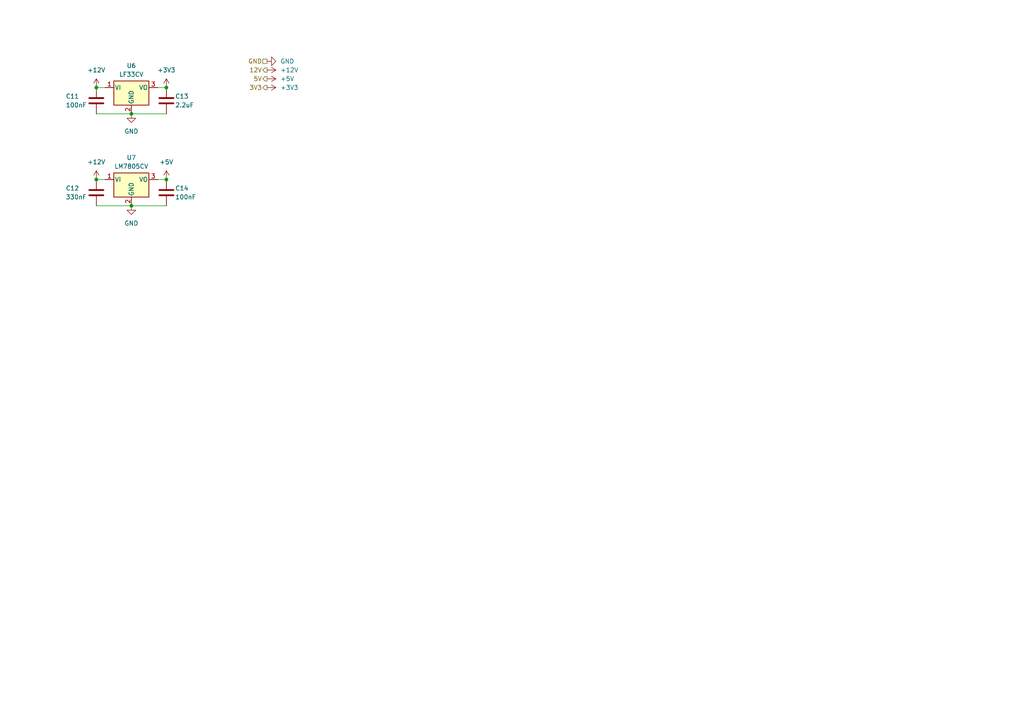
<source format=kicad_sch>
(kicad_sch (version 20231120) (generator "eeschema") (generator_version "8.0")
  (paper "A4")
  (title_block (date "2025-05-05") (rev "1"))
  (lib_symbols
    (symbol "Device:C" (pin_numbers hide) (pin_names (offset 0.254))
      (property "Reference" "C" (at 0.635 2.54 0))
      (property "Value" "C" (at 0.635 -2.54 0))
      (symbol "C_0_1"
        (polyline (pts (xy -2.032 -0.762) (xy 2.032 -0.762)) (stroke (width 0.508)))
        (polyline (pts (xy -2.032 0.762) (xy 2.032 0.762)) (stroke (width 0.508)))
      )
      (symbol "C_1_1"
        (pin passive line (at 0 3.81 270) (length 2.794) (name "~") (number "1"))
        (pin passive line (at 0 -3.81 90) (length 2.794) (name "~") (number "2"))
      )
    )
    (symbol "Regulator_Linear:LM7805_TO220" (pin_names (offset 0.254))
      (property "Reference" "U" (at -3.81 3.175 0))
      (property "Value" "LM7805_TO220" (at 0 3.175 0))
      (symbol "LM7805_TO220_0_1"
        (rectangle (start -5.08 1.905) (end 5.08 -5.08) (stroke (width 0.254)) (fill (type background)))
      )
      (symbol "LM7805_TO220_1_1"
        (pin power_in line (at -7.62 0 0) (length 2.54) (name "VI") (number "1"))
        (pin power_in line (at 0 -7.62 90) (length 2.54) (name "GND") (number "2"))
        (pin power_out line (at 7.62 0 180) (length 2.54) (name "VO") (number "3"))
      )
    )
    (symbol "power:+12V" (power) (pin_numbers hide) (pin_names (offset 0) hide)
      (property "Value" "+12V" (at 0 3.556 0))
      (symbol "+12V_0_1"
        (polyline (pts (xy -0.762 1.27) (xy 0 2.54)))
        (polyline (pts (xy 0 0) (xy 0 2.54)))
        (polyline (pts (xy 0 2.54) (xy 0.762 1.27)))
      )
      (symbol "+12V_1_1"
        (pin power_in line (at 0 0 90) (length 0) (name "~") (number "1"))
      )
    )
    (symbol "power:+5V" (power) (pin_numbers hide) (pin_names (offset 0) hide)
      (property "Value" "+5V" (at 0 3.556 0))
      (symbol "+5V_0_1"
        (polyline (pts (xy -0.762 1.27) (xy 0 2.54)))
        (polyline (pts (xy 0 0) (xy 0 2.54)))
        (polyline (pts (xy 0 2.54) (xy 0.762 1.27)))
      )
      (symbol "+5V_1_1"
        (pin power_in line (at 0 0 90) (length 0) (name "~") (number "1"))
      )
    )
    (symbol "power:GND" (power) (pin_numbers hide) (pin_names (offset 0) hide)
      (property "Value" "GND" (at 0 -3.81 0))
      (symbol "GND_0_1"
        (polyline (pts (xy 0 0) (xy 0 -1.27) (xy 1.27 -1.27) (xy 0 -2.54) (xy -1.27 -1.27) (xy 0 -1.27)))
      )
      (symbol "GND_1_1"
        (pin power_in line (at 0 0 270) (length 0) (name "~") (number "1"))
      )
    )
  )
  (junction (at 27.94 25.4))
  (junction (at 27.94 52.07))
  (junction (at 38.1 33.02))
  (junction (at 38.1 59.69))
  (junction (at 48.26 52.07))
  (junction (at 48.26 25.4))
  (wire (pts (xy 27.94 59.69) (xy 38.1 59.69)))
  (wire (pts (xy 27.94 52.07) (xy 30.48 52.07)))
  (wire (pts (xy 45.72 52.07) (xy 48.26 52.07)))
  (wire (pts (xy 38.1 33.02) (xy 48.26 33.02)))
  (wire (pts (xy 27.94 25.4) (xy 30.48 25.4)))
  (wire (pts (xy 27.94 33.02) (xy 38.1 33.02)))
  (wire (pts (xy 45.72 25.4) (xy 48.26 25.4)))
  (wire (pts (xy 38.1 59.69) (xy 48.26 59.69)))
  (hierarchical_label "12V" (shape output) (at 77.47 20.32 180))
  (hierarchical_label "5V" (shape output) (at 77.47 22.86 180))
  (hierarchical_label "GND" (shape passive) (at 77.47 17.78 180))
  (hierarchical_label "3V3" (shape output) (at 77.47 25.4 180))
  (symbol (lib_id "Device:C") (at 27.94 55.88 0) (unit 1)
    (property "Reference" "C12" (at 19.05 54.61 0) (effects (justify left)))
    (property "Value" "330nF" (at 19.05 57.15 0) (effects (justify left)))
    (property "Footprint" "Capacitor_SMD:C_0805_2012Metric_Pad1.18x1.45mm_HandSolder" (effects (hide yes)))
    (property "Datasheet" "https://mm.digikey.com/Volume0/opasdata/d220001/medias/docus/4262/0805B334K250CC.pdf" (effects (hide yes)))
  )
  (symbol (lib_id "Regulator_Linear:LM7805_TO220") (at 38.1 52.07 0) (unit 1)
    (property "Reference" "U7" (at 38.1 45.72 0))
    (property "Value" "LM7805CV" (at 38.1 48.26 0))
    (property "Footprint" "Package_TO_SOT_THT:TO-220-3_Vertical" (effects (hide yes)))
    (property "Datasheet" "https://www.onsemi.cn/PowerSolutions/document/MC7800-D.PDF" (effects (hide yes)))
  )
  (symbol (lib_id "power:GND") (at 77.47 17.78 90) (mirror x) (unit 1)
    (property "Reference" "#PWR056" (effects (hide yes)))
    (property "Value" "GND" (at 81.28 17.7799 90) (effects (justify right)))
  )
  (symbol (lib_id "power:+5V") (at 77.47 22.86 270) (mirror x) (unit 1)
    (property "Reference" "#PWR054" (effects (hide yes)))
    (property "Value" "+5V" (at 81.28 22.8599 90) (effects (justify left)))
  )
  (symbol (lib_id "Device:C") (at 27.94 29.21 0) (unit 1)
    (property "Reference" "C11" (at 19.05 27.94 0) (effects (justify left)))
    (property "Value" "100nF" (at 19.05 30.48 0) (effects (justify left)))
    (property "Footprint" "Capacitor_SMD:C_0805_2012Metric_Pad1.18x1.45mm_HandSolder" (effects (hide yes)))
    (property "Datasheet" "https://mm.digikey.com/Volume0/opasdata/d220001/medias/docus/4262/0805B334K250CC.pdf" (effects (hide yes)))
  )
  (symbol (lib_id "Device:C") (at 48.26 29.21 0) (unit 1)
    (property "Reference" "C13" (at 50.8 27.94 0) (effects (justify left)))
    (property "Value" "2.2uF" (at 50.8 30.48 0) (effects (justify left)))
    (property "Footprint" "Capacitor_SMD:C_0805_2012Metric_Pad1.18x1.45mm_HandSolder" (effects (hide yes)))
    (property "Datasheet" "https://mm.digikey.com/Volume0/opasdata/d220001/medias/docus/4005/0805B104K101CC.pdf" (effects (hide yes)))
  )
  (symbol (lib_id "power:+5V") (at 77.47 25.4 270) (mirror x) (unit 1)
    (property "Reference" "#PWR053" (effects (hide yes)))
    (property "Value" "+3V3" (at 81.28 25.3999 90) (effects (justify left)))
  )
  (symbol (lib_id "power:GND") (at 38.1 33.02 0) (unit 1)
    (property "Reference" "#PWR038" (effects (hide yes)))
    (property "Value" "GND" (at 38.1 38.1 0))
  )
  (symbol (lib_id "power:+12V") (at 27.94 52.07 0) (unit 1)
    (property "Reference" "#PWR037" (effects (hide yes)))
    (property "Value" "+12V" (at 27.94 46.99 0))
  )
  (symbol (lib_id "power:+5V") (at 48.26 25.4 0) (unit 1)
    (property "Reference" "#PWR040" (effects (hide yes)))
    (property "Value" "+3V3" (at 48.26 20.32 0))
  )
  (symbol (lib_id "Regulator_Linear:LM7805_TO220") (at 38.1 25.4 0) (unit 1)
    (property "Reference" "U6" (at 38.1 19.05 0))
    (property "Value" "LF33CV" (at 38.1 21.59 0))
    (property "Footprint" "Package_TO_SOT_THT:TO-220-3_Vertical" (effects (hide yes)))
    (property "Datasheet" "https://www.onsemi.cn/PowerSolutions/document/MC7800-D.PDF" (effects (hide yes)))
  )
  (symbol (lib_id "power:GND") (at 38.1 59.69 0) (unit 1)
    (property "Reference" "#PWR039" (effects (hide yes)))
    (property "Value" "GND" (at 38.1 64.77 0))
  )
  (symbol (lib_id "power:+12V") (at 27.94 25.4 0) (unit 1)
    (property "Reference" "#PWR015" (effects (hide yes)))
    (property "Value" "+12V" (at 27.94 20.32 0))
  )
  (symbol (lib_id "power:+12V") (at 77.47 20.32 270) (mirror x) (unit 1)
    (property "Reference" "#PWR055" (effects (hide yes)))
    (property "Value" "+12V" (at 81.28 20.3199 90) (effects (justify left)))
  )
  (symbol (lib_id "power:+5V") (at 48.26 52.07 0) (unit 1)
    (property "Reference" "#PWR041" (effects (hide yes)))
    (property "Value" "+5V" (at 48.26 46.99 0))
  )
  (symbol (lib_id "Device:C") (at 48.26 55.88 0) (unit 1)
    (property "Reference" "C14" (at 50.8 54.61 0) (effects (justify left)))
    (property "Value" "100nF" (at 50.8 57.15 0) (effects (justify left)))
    (property "Footprint" "Capacitor_SMD:C_0805_2012Metric_Pad1.18x1.45mm_HandSolder" (effects (hide yes)))
    (property "Datasheet" "https://mm.digikey.com/Volume0/opasdata/d220001/medias/docus/4005/0805B104K101CC.pdf" (effects (hide yes)))
  )
)
</source>
